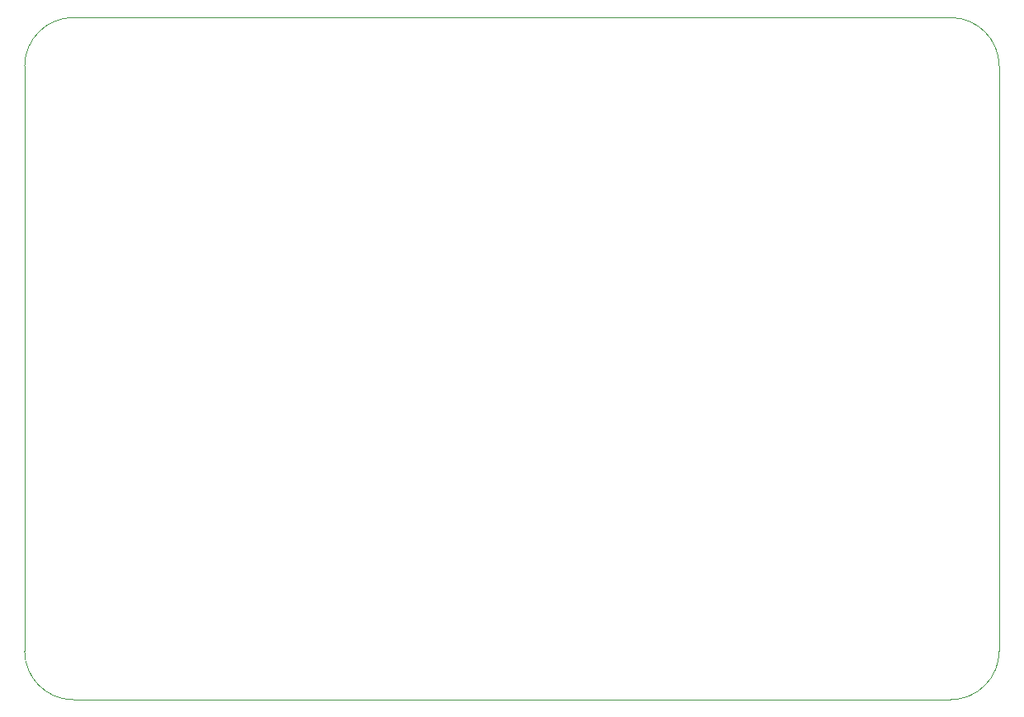
<source format=gbr>
%TF.GenerationSoftware,KiCad,Pcbnew,(5.1.8)-1*%
%TF.CreationDate,2021-01-26T19:22:21+01:00*%
%TF.ProjectId,charger,63686172-6765-4722-9e6b-696361645f70,rev?*%
%TF.SameCoordinates,Original*%
%TF.FileFunction,Profile,NP*%
%FSLAX46Y46*%
G04 Gerber Fmt 4.6, Leading zero omitted, Abs format (unit mm)*
G04 Created by KiCad (PCBNEW (5.1.8)-1) date 2021-01-26 19:22:21*
%MOMM*%
%LPD*%
G01*
G04 APERTURE LIST*
%TA.AperFunction,Profile*%
%ADD10C,0.050000*%
%TD*%
G04 APERTURE END LIST*
D10*
X150000000Y-45000000D02*
G75*
G02*
X155000000Y-50000000I0J-5000000D01*
G01*
X155000000Y-110000000D02*
G75*
G02*
X150000000Y-115000000I-5000000J0D01*
G01*
X60000000Y-115000000D02*
G75*
G02*
X55000000Y-110000000I0J5000000D01*
G01*
X55000000Y-50000000D02*
G75*
G02*
X60000000Y-45000000I5000000J0D01*
G01*
X155000000Y-110000000D02*
X155000000Y-50000000D01*
X60000000Y-115000000D02*
X150000000Y-115000000D01*
X60000000Y-45000000D02*
X150000000Y-45000000D01*
X55000000Y-50000000D02*
X55000000Y-110000000D01*
M02*

</source>
